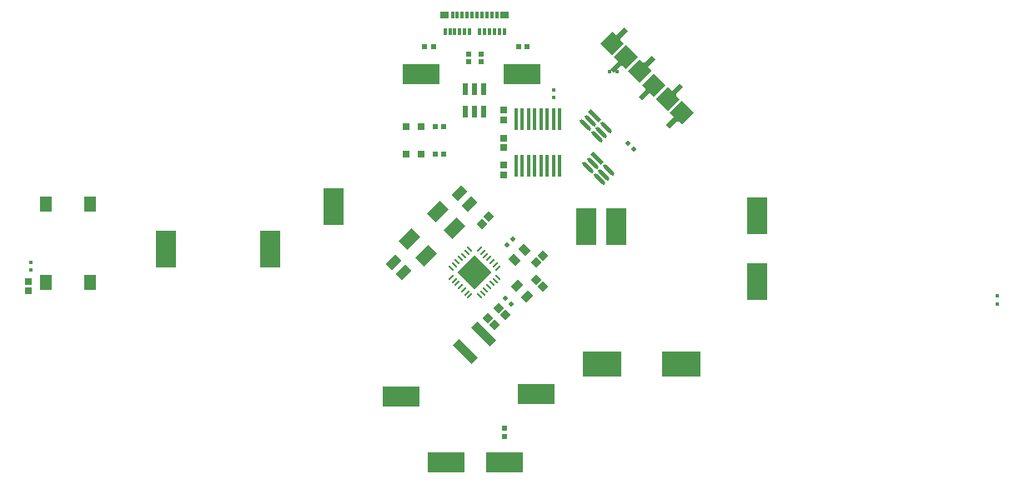
<source format=gbr>
%TF.GenerationSoftware,Altium Limited,Altium Designer,23.6.0 (18)*%
G04 Layer_Color=8421504*
%FSLAX25Y25*%
%MOIN*%
%TF.SameCoordinates,9FC677E3-0757-43A4-AD8A-435CCD31EDD7*%
%TF.FilePolarity,Positive*%
%TF.FileFunction,Paste,Top*%
%TF.Part,Single*%
G01*
G75*
%TA.AperFunction,SMDPad,CuDef*%
%ADD11R,0.02913X0.03071*%
%ADD12R,0.01772X0.01772*%
%ADD13R,0.05118X0.06102*%
%ADD14R,0.07992X0.14961*%
G04:AMPARAMS|DCode=15|XSize=37.4mil|YSize=53.15mil|CornerRadius=0mil|HoleSize=0mil|Usage=FLASHONLY|Rotation=135.000|XOffset=0mil|YOffset=0mil|HoleType=Round|Shape=Rectangle|*
%AMROTATEDRECTD15*
4,1,4,0.03202,0.00557,-0.00557,-0.03202,-0.03202,-0.00557,0.00557,0.03202,0.03202,0.00557,0.0*
%
%ADD15ROTATEDRECTD15*%

%ADD16R,0.14961X0.07992*%
%TA.AperFunction,ConnectorPad*%
%ADD17R,0.01181X0.02756*%
%ADD18R,0.03543X0.02756*%
%TA.AperFunction,SMDPad,CuDef*%
G04:AMPARAMS|DCode=19|XSize=70.87mil|YSize=47.24mil|CornerRadius=0mil|HoleSize=0mil|Usage=FLASHONLY|Rotation=225.000|XOffset=0mil|YOffset=0mil|HoleType=Round|Shape=Rectangle|*
%AMROTATEDRECTD19*
4,1,4,0.00835,0.04176,0.04176,0.00835,-0.00835,-0.04176,-0.04176,-0.00835,0.00835,0.04176,0.0*
%
%ADD19ROTATEDRECTD19*%

%ADD20R,0.03150X0.03150*%
%ADD21R,0.02165X0.02165*%
%ADD22P,0.13919X4X360.0*%
G04:AMPARAMS|DCode=23|XSize=7.87mil|YSize=29.53mil|CornerRadius=0mil|HoleSize=0mil|Usage=FLASHONLY|Rotation=315.000|XOffset=0mil|YOffset=0mil|HoleType=Round|Shape=Round|*
%AMOVALD23*
21,1,0.02165,0.00787,0.00000,0.00000,45.0*
1,1,0.00787,-0.00766,-0.00766*
1,1,0.00787,0.00766,0.00766*
%
%ADD23OVALD23*%

G04:AMPARAMS|DCode=24|XSize=7.87mil|YSize=29.53mil|CornerRadius=0mil|HoleSize=0mil|Usage=FLASHONLY|Rotation=45.000|XOffset=0mil|YOffset=0mil|HoleType=Round|Shape=Round|*
%AMOVALD24*
21,1,0.02165,0.00787,0.00000,0.00000,135.0*
1,1,0.00787,0.00766,-0.00766*
1,1,0.00787,-0.00766,0.00766*
%
%ADD24OVALD24*%

G04:AMPARAMS|DCode=25|XSize=33.47mil|YSize=106.3mil|CornerRadius=0mil|HoleSize=0mil|Usage=FLASHONLY|Rotation=45.000|XOffset=0mil|YOffset=0mil|HoleType=Round|Shape=Rectangle|*
%AMROTATEDRECTD25*
4,1,4,0.02575,-0.04941,-0.04941,0.02575,-0.02575,0.04941,0.04941,-0.02575,0.02575,-0.04941,0.0*
%
%ADD25ROTATEDRECTD25*%

%ADD26R,0.02362X0.04724*%
%ADD27R,0.01968X0.02165*%
G04:AMPARAMS|DCode=28|XSize=29.13mil|YSize=30.71mil|CornerRadius=0mil|HoleSize=0mil|Usage=FLASHONLY|Rotation=315.000|XOffset=0mil|YOffset=0mil|HoleType=Round|Shape=Rectangle|*
%AMROTATEDRECTD28*
4,1,4,-0.02116,-0.00056,0.00056,0.02116,0.02116,0.00056,-0.00056,-0.02116,-0.02116,-0.00056,0.0*
%
%ADD28ROTATEDRECTD28*%

G04:AMPARAMS|DCode=29|XSize=29.13mil|YSize=30.71mil|CornerRadius=0mil|HoleSize=0mil|Usage=FLASHONLY|Rotation=45.000|XOffset=0mil|YOffset=0mil|HoleType=Round|Shape=Rectangle|*
%AMROTATEDRECTD29*
4,1,4,0.00056,-0.02116,-0.02116,0.00056,-0.00056,0.02116,0.02116,-0.00056,0.00056,-0.02116,0.0*
%
%ADD29ROTATEDRECTD29*%

%ADD30R,0.02165X0.02165*%
%ADD31P,0.02506X4X90.0*%
%ADD32P,0.02506X4X360.0*%
G04:AMPARAMS|DCode=33|XSize=39.37mil|YSize=31.5mil|CornerRadius=0mil|HoleSize=0mil|Usage=FLASHONLY|Rotation=135.000|XOffset=0mil|YOffset=0mil|HoleType=Round|Shape=Rectangle|*
%AMROTATEDRECTD33*
4,1,4,0.02506,-0.00278,0.00278,-0.02506,-0.02506,0.00278,-0.00278,0.02506,0.02506,-0.00278,0.0*
%
%ADD33ROTATEDRECTD33*%

G04:AMPARAMS|DCode=34|XSize=39.37mil|YSize=31.5mil|CornerRadius=0mil|HoleSize=0mil|Usage=FLASHONLY|Rotation=45.000|XOffset=0mil|YOffset=0mil|HoleType=Round|Shape=Rectangle|*
%AMROTATEDRECTD34*
4,1,4,-0.00278,-0.02506,-0.02506,-0.00278,0.00278,0.02506,0.02506,0.00278,-0.00278,-0.02506,0.0*
%
%ADD34ROTATEDRECTD34*%

%ADD35O,0.01575X0.08858*%
G04:AMPARAMS|DCode=36|XSize=57.64mil|YSize=14.8mil|CornerRadius=7.4mil|HoleSize=0mil|Usage=FLASHONLY|Rotation=315.000|XOffset=0mil|YOffset=0mil|HoleType=Round|Shape=RoundedRectangle|*
%AMROUNDEDRECTD36*
21,1,0.05764,0.00000,0,0,315.0*
21,1,0.04284,0.01480,0,0,315.0*
1,1,0.01480,0.01515,-0.01515*
1,1,0.01480,-0.01515,0.01515*
1,1,0.01480,-0.01515,0.01515*
1,1,0.01480,0.01515,-0.01515*
%
%ADD36ROUNDEDRECTD36*%
G04:AMPARAMS|DCode=37|XSize=57.64mil|YSize=14.8mil|CornerRadius=0mil|HoleSize=0mil|Usage=FLASHONLY|Rotation=315.000|XOffset=0mil|YOffset=0mil|HoleType=Round|Shape=Rectangle|*
%AMROTATEDRECTD37*
4,1,4,-0.02561,0.01515,-0.01515,0.02561,0.02561,-0.01515,0.01515,-0.02561,-0.02561,0.01515,0.0*
%
%ADD37ROTATEDRECTD37*%

%ADD38R,0.15748X0.09843*%
%ADD39R,0.01772X0.01772*%
G36*
X283651Y184825D02*
X280895Y182069D01*
X280832Y181991D01*
X280755Y181807D01*
Y181607D01*
X280832Y181423D01*
X280895Y181345D01*
X280895D01*
X282190Y180051D01*
X277457Y175318D01*
X272725Y180051D01*
X277457Y184783D01*
X278752Y183489D01*
X278829Y183425D01*
X279014Y183349D01*
X279213D01*
X279398Y183425D01*
X279475Y183489D01*
X279475D01*
X282231Y186245D01*
X283651Y184825D01*
D02*
G37*
G36*
X294787Y173689D02*
X292031Y170933D01*
X291967Y170856D01*
X291891Y170671D01*
Y170472D01*
X291967Y170287D01*
X292031Y170210D01*
X293325Y168915D01*
X288593Y164182D01*
X283860Y168915D01*
X288593Y173648D01*
X289887Y172353D01*
X289965Y172290D01*
X290149Y172213D01*
X290349D01*
X290533Y172290D01*
X290611Y172353D01*
X290611Y172353D01*
X293367Y175109D01*
X294787Y173689D01*
D02*
G37*
G36*
X287757Y174483D02*
X283025Y169750D01*
X281730Y171045D01*
X281653Y171108D01*
X281468Y171185D01*
X281269D01*
X281084Y171108D01*
X281007Y171045D01*
X281007D01*
X278251Y168289D01*
X276831Y169709D01*
X279587Y172465D01*
X279650Y172542D01*
X279727Y172727D01*
Y172926D01*
X279650Y173111D01*
X279587Y173188D01*
X279587D01*
X278292Y174483D01*
X283025Y179215D01*
X287757Y174483D01*
D02*
G37*
G36*
X305922Y162554D02*
X303166Y159798D01*
X303103Y159720D01*
X303026Y159536D01*
Y159336D01*
X303103Y159152D01*
X303166Y159074D01*
X304461Y157780D01*
X299728Y153047D01*
X294996Y157780D01*
X299728Y162512D01*
X301023Y161218D01*
X301100Y161154D01*
X301285Y161077D01*
X301484D01*
X301669Y161154D01*
X301747Y161218D01*
Y161218D01*
X304503Y163974D01*
X305922Y162554D01*
D02*
G37*
G36*
X298893Y163347D02*
X294160Y158615D01*
X292866Y159909D01*
X292788Y159973D01*
X292604Y160049D01*
X292404D01*
X292220Y159973D01*
X292142Y159909D01*
X289386Y157153D01*
X287966Y158573D01*
X290722Y161329D01*
X290786Y161407D01*
X290862Y161591D01*
Y161791D01*
X290786Y161975D01*
X290722Y162053D01*
X290722D01*
X289428Y163347D01*
X294160Y168080D01*
X298893Y163347D01*
D02*
G37*
G36*
X310029Y152212D02*
X305296Y147479D01*
X304001Y148774D01*
X303924Y148837D01*
X303739Y148914D01*
X303540D01*
X303355Y148837D01*
X303278Y148774D01*
X303278Y148774D01*
X300522Y146018D01*
X299102Y147437D01*
X301858Y150193D01*
X301922Y150271D01*
X301998Y150455D01*
Y150655D01*
X301922Y150840D01*
X301858Y150917D01*
Y150917D01*
X300563Y152212D01*
X305296Y156944D01*
X310029Y152212D01*
D02*
G37*
D11*
X44000Y84684D02*
D03*
Y80826D02*
D03*
X234000Y142084D02*
D03*
Y138225D02*
D03*
Y131184D02*
D03*
Y127325D02*
D03*
Y153184D02*
D03*
Y149326D02*
D03*
D12*
X45000Y89255D02*
D03*
Y92404D02*
D03*
X254000Y158180D02*
D03*
Y161329D02*
D03*
X431500Y78829D02*
D03*
Y75680D02*
D03*
D13*
X51142Y84350D02*
D03*
Y115650D02*
D03*
X68858Y84350D02*
D03*
Y115650D02*
D03*
D14*
X98986Y97755D02*
D03*
X140906D02*
D03*
X166000Y114755D02*
D03*
X267000Y106755D02*
D03*
X279000D02*
D03*
X335500Y84755D02*
D03*
Y110983D02*
D03*
D15*
X194161Y88231D02*
D03*
X189985Y92407D02*
D03*
X216412Y119819D02*
D03*
X220588Y115643D02*
D03*
D16*
X193000Y38755D02*
D03*
X201000Y167755D02*
D03*
X211000Y12255D02*
D03*
X234500D02*
D03*
X241516Y167755D02*
D03*
X247000Y39755D02*
D03*
D17*
X234311Y184732D02*
D03*
X232343D02*
D03*
X230374D02*
D03*
X228405D02*
D03*
X226437D02*
D03*
X224468D02*
D03*
X220532D02*
D03*
X218563D02*
D03*
X216595D02*
D03*
X214626D02*
D03*
X212657D02*
D03*
X210689D02*
D03*
X213642Y191425D02*
D03*
X215610D02*
D03*
X217579D02*
D03*
X219547D02*
D03*
X221516D02*
D03*
X223484D02*
D03*
X225453D02*
D03*
X227421D02*
D03*
X229390D02*
D03*
X231358D02*
D03*
D18*
X210492D02*
D03*
X234508D02*
D03*
D19*
X207727Y112640D02*
D03*
X196592Y101504D02*
D03*
X203273Y94823D02*
D03*
X214408Y105958D02*
D03*
D20*
X195095Y146755D02*
D03*
X201000D02*
D03*
X195095Y135755D02*
D03*
X201000D02*
D03*
D21*
X202457Y178755D02*
D03*
X206000D02*
D03*
X210272Y146755D02*
D03*
X206728D02*
D03*
X210272Y135755D02*
D03*
X206728D02*
D03*
X240000Y178755D02*
D03*
X243543D02*
D03*
D22*
X222500Y88231D02*
D03*
D23*
X224379Y97627D02*
D03*
X225632Y96374D02*
D03*
X226885Y95121D02*
D03*
X228137Y93869D02*
D03*
X229390Y92616D02*
D03*
X230643Y91363D02*
D03*
X231896Y90110D02*
D03*
X220621Y78836D02*
D03*
X219368Y80088D02*
D03*
X218115Y81341D02*
D03*
X216863Y82594D02*
D03*
X215610Y83847D02*
D03*
X214357Y85099D02*
D03*
X213104Y86352D02*
D03*
D24*
X231896D02*
D03*
X230643Y85099D02*
D03*
X229390Y83847D02*
D03*
X228137Y82594D02*
D03*
X226885Y81341D02*
D03*
X225632Y80088D02*
D03*
X224379Y78836D02*
D03*
X213104Y90110D02*
D03*
X214357Y91363D02*
D03*
X215610Y92616D02*
D03*
X216863Y93869D02*
D03*
X218115Y95121D02*
D03*
X219368Y96374D02*
D03*
X220621Y97627D02*
D03*
D25*
X218951Y56595D02*
D03*
X226049Y63694D02*
D03*
D26*
X226240Y152577D02*
D03*
X222500D02*
D03*
X218760D02*
D03*
Y161632D02*
D03*
X222500D02*
D03*
X226240D02*
D03*
D27*
X220000Y172755D02*
D03*
Y175707D02*
D03*
X225000Y172755D02*
D03*
Y175707D02*
D03*
D28*
X228228Y110483D02*
D03*
X225500Y107755D02*
D03*
X247000Y92255D02*
D03*
X249728Y94983D02*
D03*
D29*
X227772Y69983D02*
D03*
X230500Y67255D02*
D03*
X234864Y71367D02*
D03*
X232136Y74095D02*
D03*
X247000Y85255D02*
D03*
X249728Y82526D02*
D03*
D30*
X234500Y26026D02*
D03*
Y22483D02*
D03*
D31*
X234887Y77868D02*
D03*
X237114Y75641D02*
D03*
X286114Y137641D02*
D03*
X283887Y139868D02*
D03*
D32*
X237727Y101482D02*
D03*
X235500Y99255D02*
D03*
D33*
X242588Y97342D02*
D03*
X238412Y93167D02*
D03*
D34*
X243588Y78643D02*
D03*
X239412Y82819D02*
D03*
D35*
X239000Y130954D02*
D03*
X241500D02*
D03*
X244000D02*
D03*
X246500D02*
D03*
X249000D02*
D03*
X251500D02*
D03*
X254000D02*
D03*
X256500D02*
D03*
X239000Y149655D02*
D03*
X241500D02*
D03*
X244000D02*
D03*
X246500D02*
D03*
X249000D02*
D03*
X251500D02*
D03*
X254000D02*
D03*
X256500D02*
D03*
D36*
X275093Y146281D02*
D03*
X273283Y144472D02*
D03*
X271474Y142662D02*
D03*
X266907Y147228D02*
D03*
X268717Y149038D02*
D03*
X276093Y129281D02*
D03*
X274283Y127472D02*
D03*
X272474Y125662D02*
D03*
X267907Y130228D02*
D03*
X269717Y132038D02*
D03*
D37*
X270527Y150847D02*
D03*
X271527Y133847D02*
D03*
D38*
X273504Y51755D02*
D03*
X305000D02*
D03*
D39*
X279575Y168755D02*
D03*
X276425D02*
D03*
%TF.MD5,7e0a586b9c094ce54ae2d4d39eed83b9*%
M02*

</source>
